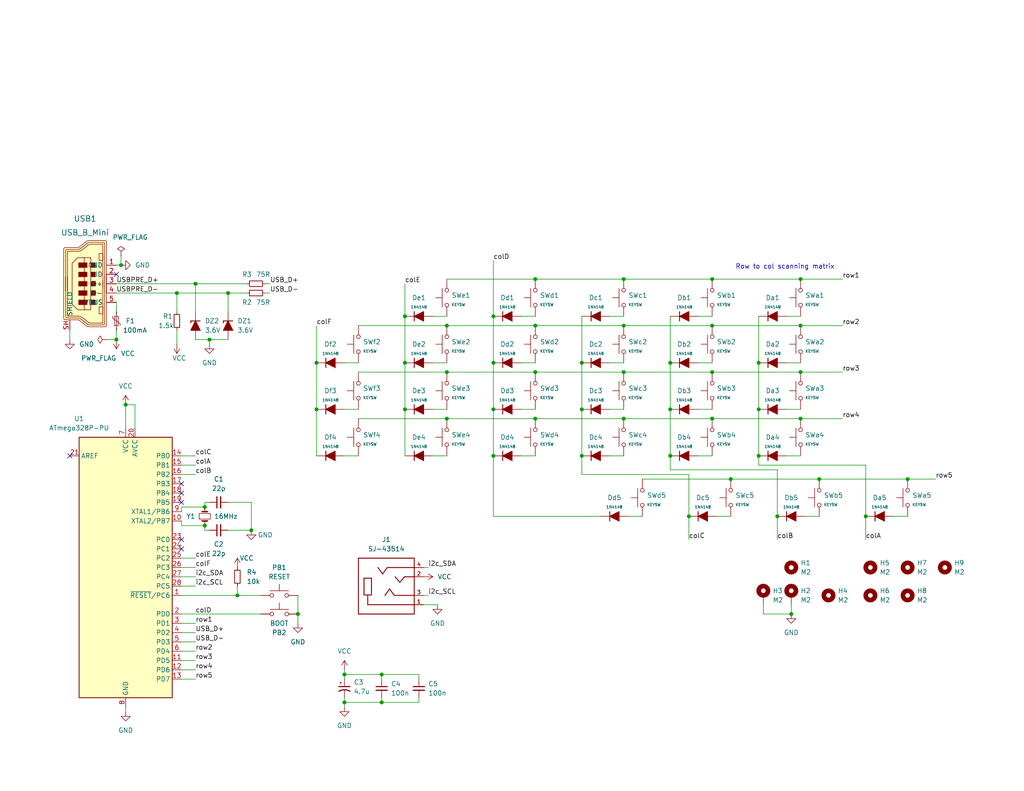
<source format=kicad_sch>
(kicad_sch (version 20211123) (generator eeschema)
  (paper "USLetter")
  (title_block (title "BlueJay Left"))
  (lib_symbols
    (symbol "BlueJaySymbolLibrary:0548190519" (pin_names (offset 1.016))
      (property "Reference" "J" (at -5.715 12.7 0))
      (property "Value" "0548190519" (at -8.255 -5.715 90))
      (symbol "0548190519_1_1"
        (pin passive line (at 7.62 5.08 180) (length 2.667) (name "GND") (number "1"))
        (pin passive line (at 7.62 2.54 180) (length 2.667) (name "ID") (number "2"))
        (pin passive line (at 7.62 0 180) (length 2.667) (name "D+") (number "3"))
        (pin passive line (at 7.62 -2.54 180) (length 2.667) (name "D-") (number "4"))
        (pin passive line (at 7.62 -5.08 180) (length 2.667) (name "VBUS") (number "5"))
        (pin passive line (at -5.08 -12.7 90) (length 2.794) (name "SHIELD") (number "SH"))
      )
    )
    (symbol "BlueJaySymbolLibrary:ATmega328P-PU"
      (property "Reference" "U" (at -12.7 36.83 0))
      (property "Value" "ATmega328P-PU" (at 2.54 -36.83 0))
      (symbol "ATmega328P-PU_1_1"
        (pin bidirectional line (at 15.24 -7.62 180) (length 2.54) (name "~{RESET}/PC6") (number "1"))
        (pin bidirectional line (at 15.24 12.7 180) (length 2.54) (name "XTAL2/PB7") (number "10"))
        (pin bidirectional line (at 15.24 -25.4 180) (length 2.54) (name "PD5") (number "11"))
        (pin bidirectional line (at 15.24 -27.94 180) (length 2.54) (name "PD6") (number "12"))
        (pin bidirectional line (at 15.24 -30.48 180) (length 2.54) (name "PD7") (number "13"))
        (pin bidirectional line (at 15.24 30.48 180) (length 2.54) (name "PB0") (number "14"))
        (pin bidirectional line (at 15.24 27.94 180) (length 2.54) (name "PB1") (number "15"))
        (pin bidirectional line (at 15.24 25.4 180) (length 2.54) (name "PB2") (number "16"))
        (pin bidirectional line (at 15.24 22.86 180) (length 2.54) (name "PB3") (number "17"))
        (pin bidirectional line (at 15.24 20.32 180) (length 2.54) (name "PB4") (number "18"))
        (pin bidirectional line (at 15.24 17.78 180) (length 2.54) (name "PB5") (number "19"))
        (pin bidirectional line (at 15.24 -12.7 180) (length 2.54) (name "PD0") (number "2"))
        (pin power_in line (at 2.54 38.1 270) (length 2.54) (name "AVCC") (number "20"))
        (pin passive line (at -15.24 30.48 0) (length 2.54) (name "AREF") (number "21"))
        (pin passive line (at 0 -38.1 90) (length 2.54) hide (name "GND") (number "22"))
        (pin bidirectional line (at 15.24 7.62 180) (length 2.54) (name "PC0") (number "23"))
        (pin bidirectional line (at 15.24 5.08 180) (length 2.54) (name "PC1") (number "24"))
        (pin bidirectional line (at 15.24 2.54 180) (length 2.54) (name "PC2") (number "25"))
        (pin bidirectional line (at 15.24 0 180) (length 2.54) (name "PC3") (number "26"))
        (pin bidirectional line (at 15.24 -2.54 180) (length 2.54) (name "PC4") (number "27"))
        (pin bidirectional line (at 15.24 -5.08 180) (length 2.54) (name "PC5") (number "28"))
        (pin bidirectional line (at 15.24 -15.24 180) (length 2.54) (name "PD1") (number "3"))
        (pin bidirectional line (at 15.24 -17.78 180) (length 2.54) (name "PD2") (number "4"))
        (pin bidirectional line (at 15.24 -20.32 180) (length 2.54) (name "PD3") (number "5"))
        (pin bidirectional line (at 15.24 -22.86 180) (length 2.54) (name "PD4") (number "6"))
        (pin power_in line (at 0 38.1 270) (length 2.54) (name "VCC") (number "7"))
        (pin power_in line (at 0 -38.1 90) (length 2.54) (name "GND") (number "8"))
        (pin bidirectional line (at 15.24 15.24 180) (length 2.54) (name "XTAL1/PB6") (number "9"))
      )
    )
    (symbol "BlueJaySymbolLibrary:C_Small" (pin_numbers hide) (pin_names (offset 0.254) hide)
      (property "Reference" "C" (at 0.254 1.778 0))
      (property "Value" "C_Small" (at 0.254 -2.032 0))
      (symbol "C_Small_1_1"
        (pin passive line (at 0 2.54 270) (length 2.032) (name "~") (number "1"))
        (pin passive line (at 0 -2.54 90) (length 2.032) (name "~") (number "2"))
      )
    )
    (symbol "BlueJaySymbolLibrary:Device_CP1_Small" (pin_numbers hide) (pin_names (offset 0.254) hide)
      (property "Reference" "C" (at 0.254 1.778 0))
      (property "Value" "Device_CP1_Small" (at 0.254 -2.032 0))
      (symbol "Device_CP1_Small_1_1"
        (pin passive line (at 0 2.54 270) (length 2.032) (name "~") (number "1"))
        (pin passive line (at 0 -2.54 90) (length 2.032) (name "~") (number "2"))
      )
    )
    (symbol "BlueJaySymbolLibrary:Device_Crystal_Small" (pin_numbers hide) (pin_names (offset 1.016) hide)
      (property "Reference" "Y" (at 0 2.54 0))
      (property "Value" "Device_Crystal_Small" (at 0 -2.54 0))
      (symbol "Device_Crystal_Small_1_1"
        (pin passive line (at -2.54 0 0) (length 1.27) (name "1") (number "1"))
        (pin passive line (at 2.54 0 180) (length 1.27) (name "2") (number "2"))
      )
    )
    (symbol "BlueJaySymbolLibrary:Device_Polyfuse_Small" (pin_numbers hide) (pin_names (offset 0))
      (property "Reference" "F" (at -1.905 0 90))
      (property "Value" "Device_Polyfuse_Small" (at 1.905 0 90))
      (symbol "Device_Polyfuse_Small_1_1"
        (pin passive line (at 0 2.54 270) (length 0.635) (name "~") (number "1"))
        (pin passive line (at 0 -2.54 90) (length 0.635) (name "~") (number "2"))
      )
    )
    (symbol "BlueJaySymbolLibrary:Device_R_Small" (pin_numbers hide) (pin_names (offset 0.254) hide)
      (property "Reference" "R" (at 0.762 0.508 0))
      (property "Value" "Device_R_Small" (at 0.762 -1.016 0))
      (symbol "Device_R_Small_1_1"
        (pin passive line (at 0 2.54 270) (length 0.762) (name "~") (number "1"))
        (pin passive line (at 0 -2.54 90) (length 0.762) (name "~") (number "2"))
      )
    )
    (symbol "BlueJaySymbolLibrary:SJ-43514" (pin_names (offset 1.016) hide)
      (property "Reference" "J" (at -7.62 8.382 0))
      (property "Value" "SJ-43514" (at -7.62 -10.16 0))
      (symbol "SJ-43514_0_0"
        (pin passive line (at 10.16 -5.08 180) (length 2.54) (name "~") (number "1"))
        (pin passive line (at 10.16 2.54 180) (length 2.54) (name "~") (number "2"))
        (pin passive line (at 10.16 -2.54 180) (length 2.54) (name "~") (number "3"))
        (pin passive line (at 10.16 5.08 180) (length 2.54) (name "~") (number "4"))
      )
    )
    (symbol "BlueJaySymbolLibrary:Switch_SW_Push" (pin_numbers hide) (pin_names (offset 1.016) hide)
      (property "Reference" "SW" (at 1.27 2.54 0))
      (property "Value" "Switch_SW_Push" (at 0 -1.524 0))
      (symbol "Switch_SW_Push_0_1"
        (pin passive line (at -5.08 0 0) (length 2.54) (name "1") (number "1"))
        (pin passive line (at 5.08 0 180) (length 2.54) (name "2") (number "2"))
      )
    )
    (symbol "Diode_AKL:1N4148" (pin_numbers hide) (pin_names (offset 1.016) hide)
      (property "Reference" "D" (at 0 5.08 0))
      (property "Value" "1N4148" (at 0 2.54 0))
      (symbol "1N4148_1_1"
        (pin passive line (at 3.81 0 180) (length 2.54) (name "K") (number "1"))
        (pin passive line (at -3.81 0 0) (length 2.54) (name "A") (number "2"))
      )
    )
    (symbol "Diode_Zener_AKL:BZX79-C3V6" (pin_numbers hide) (pin_names (offset 1.016) hide)
      (property "Reference" "DZ" (at 0 5.08 0))
      (property "Value" "BZX79-C3V6" (at 0 2.54 0))
      (symbol "BZX79-C3V6_1_1"
        (pin passive line (at 3.81 0 180) (length 2.54) (name "K") (number "1"))
        (pin passive line (at -3.81 0 0) (length 2.54) (name "A") (number "2"))
      )
    )
    (symbol "Mechanical:MountingHole" (pin_numbers hide) (pin_names (offset 1.016) hide)
      (property "Reference" "H" (at 0 5.08 0))
      (property "Value" "MountingHole" (at 0 3.175 0))
    )
    (symbol "Mechanical:MountingHole_Pad" (pin_numbers hide) (pin_names (offset 1.016) hide)
      (property "Reference" "H" (at 0 6.35 0))
      (property "Value" "MountingHole_Pad" (at 0 4.445 0))
      (symbol "MountingHole_Pad_1_1"
        (pin input line (at 0 -2.54 90) (length 2.54) (name "1") (number "1"))
      )
    )
    (symbol "power:GND" (power) (pin_names (offset 0))
      (property "Value" "GND" (at 0 -3.81 0))
      (symbol "GND_1_1"
        (pin power_in line (at 0 0 270) (length 0) hide (name "GND") (number "1"))
      )
    )
    (symbol "power:PWR_FLAG" (power) (pin_numbers hide) (pin_names (offset 0) hide)
      (property "Value" "PWR_FLAG" (at 0 3.81 0))
      (symbol "PWR_FLAG_0_0"
        (pin power_out line (at 0 0 90) (length 0) (name "pwr") (number "1"))
      )
    )
    (symbol "power:VCC" (power) (pin_names (offset 0))
      (property "Value" "VCC" (at 0 3.81 0))
      (symbol "VCC_1_1"
        (pin power_in line (at 0 0 90) (length 0) hide (name "VCC") (number "1"))
      )
    )
  )
  (junction (at 31.75 92.71))
  (junction (at 48.26 80.01))
  (junction (at 146.05 101.6))
  (junction (at 33.02 72.39))
  (junction (at 121.92 114.3))
  (junction (at 93.98 184.15))
  (junction (at 170.18 76.2))
  (junction (at 218.44 114.3))
  (junction (at 134.62 99.06))
  (junction (at 81.28 167.64))
  (junction (at 218.44 101.6))
  (junction (at 207.01 99.06))
  (junction (at 121.92 88.9))
  (junction (at 62.23 80.01))
  (junction (at 236.22 140.97))
  (junction (at 170.18 114.3))
  (junction (at 182.88 99.06))
  (junction (at 182.88 124.46))
  (junction (at 194.31 88.9))
  (junction (at 218.44 76.2))
  (junction (at 104.14 184.15))
  (junction (at 207.01 124.46))
  (junction (at 134.62 124.46))
  (junction (at 146.05 88.9))
  (junction (at 247.65 130.81))
  (junction (at 57.15 92.71))
  (junction (at 218.44 88.9))
  (junction (at 53.34 77.47))
  (junction (at 170.18 101.6))
  (junction (at 194.31 114.3))
  (junction (at 64.77 162.56))
  (junction (at 68.58 144.78))
  (junction (at 146.05 114.3))
  (junction (at 55.88 138.43))
  (junction (at 134.62 86.36))
  (junction (at 86.36 111.76))
  (junction (at 223.52 130.81))
  (junction (at 86.36 99.06))
  (junction (at 194.31 76.2))
  (junction (at 104.14 191.77))
  (junction (at 199.39 130.81))
  (junction (at 110.49 86.36))
  (junction (at 146.05 76.2))
  (junction (at 194.31 101.6))
  (junction (at 93.98 191.77))
  (junction (at 121.92 101.6))
  (junction (at 182.88 111.76))
  (junction (at 215.9 167.64))
  (junction (at 207.01 111.76))
  (junction (at 134.62 111.76))
  (junction (at 187.96 140.97))
  (junction (at 212.09 140.97))
  (junction (at 34.29 110.49))
  (junction (at 158.75 111.76))
  (junction (at 158.75 99.06))
  (junction (at 158.75 124.46))
  (junction (at 110.49 111.76))
  (junction (at 110.49 99.06))
  (junction (at 170.18 88.9))
  (junction (at 55.88 143.51))
  (no_connect (at 49.53 137.16))
  (no_connect (at 49.53 132.08))
  (no_connect (at 49.53 134.62))
  (no_connect (at 49.53 147.32))
  (no_connect (at 49.53 149.86))
  (no_connect (at 19.05 124.46))
  (no_connect (at 31.75 74.93))
  (wire (pts (xy 118.11 99.06) (xy 121.92 99.06)))
  (wire (pts (xy 207.01 99.06) (xy 207.01 111.76)))
  (wire (pts (xy 146.05 76.2) (xy 170.18 76.2)))
  (wire (pts (xy 93.98 111.76) (xy 97.79 111.76)))
  (wire (pts (xy 68.58 137.16) (xy 68.58 144.78)))
  (wire (pts (xy 57.15 92.71) (xy 57.15 93.98)))
  (wire (pts (xy 93.98 124.46) (xy 97.79 124.46)))
  (wire (pts (xy 36.83 110.49) (xy 34.29 110.49)))
  (wire (pts (xy 158.75 124.46) (xy 158.75 129.54)))
  (wire (pts (xy 48.26 90.17) (xy 48.26 93.98)))
  (wire (pts (xy 49.53 124.46) (xy 53.34 124.46)))
  (wire (pts (xy 208.28 167.64) (xy 215.9 167.64)))
  (wire (pts (xy 93.98 184.15) (xy 93.98 185.42)))
  (wire (pts (xy 49.53 138.43) (xy 49.53 139.7)))
  (wire (pts (xy 114.3 184.15) (xy 114.3 185.42)))
  (wire (pts (xy 187.96 129.54) (xy 187.96 140.97)))
  (wire (pts (xy 236.22 127) (xy 236.22 140.97)))
  (wire (pts (xy 93.98 99.06) (xy 97.79 99.06)))
  (wire (pts (xy 72.39 80.01) (xy 73.66 80.01)))
  (wire (pts (xy 142.24 99.06) (xy 146.05 99.06)))
  (wire (pts (xy 218.44 88.9) (xy 229.87 88.9)))
  (wire (pts (xy 146.05 114.3) (xy 170.18 114.3)))
  (wire (pts (xy 115.57 154.94) (xy 116.84 154.94)))
  (wire (pts (xy 166.37 86.36) (xy 170.18 86.36)))
  (wire (pts (xy 214.63 124.46) (xy 218.44 124.46)))
  (wire (pts (xy 134.62 111.76) (xy 134.62 124.46)))
  (wire (pts (xy 49.53 182.88) (xy 53.34 182.88)))
  (wire (pts (xy 223.52 130.81) (xy 247.65 130.81)))
  (wire (pts (xy 194.31 101.6) (xy 218.44 101.6)))
  (wire (pts (xy 190.5 99.06) (xy 194.31 99.06)))
  (wire (pts (xy 93.98 191.77) (xy 93.98 193.04)))
  (wire (pts (xy 55.88 138.43) (xy 49.53 138.43)))
  (wire (pts (xy 31.75 80.01) (xy 48.26 80.01)))
  (wire (pts (xy 207.01 127) (xy 236.22 127)))
  (wire (pts (xy 199.39 130.81) (xy 175.26 130.81)))
  (wire (pts (xy 142.24 124.46) (xy 146.05 124.46)))
  (wire (pts (xy 86.36 111.76) (xy 86.36 124.46)))
  (wire (pts (xy 236.22 140.97) (xy 236.22 147.32)))
  (wire (pts (xy 72.39 77.47) (xy 73.66 77.47)))
  (wire (pts (xy 194.31 76.2) (xy 218.44 76.2)))
  (wire (pts (xy 53.34 92.71) (xy 57.15 92.71)))
  (wire (pts (xy 207.01 111.76) (xy 207.01 124.46)))
  (wire (pts (xy 49.53 167.64) (xy 71.12 167.64)))
  (wire (pts (xy 190.5 111.76) (xy 194.31 111.76)))
  (wire (pts (xy 194.31 88.9) (xy 218.44 88.9)))
  (wire (pts (xy 110.49 86.36) (xy 110.49 99.06)))
  (wire (pts (xy 49.53 172.72) (xy 53.34 172.72)))
  (wire (pts (xy 166.37 99.06) (xy 170.18 99.06)))
  (wire (pts (xy 86.36 99.06) (xy 86.36 111.76)))
  (wire (pts (xy 62.23 137.16) (xy 68.58 137.16)))
  (wire (pts (xy 93.98 190.5) (xy 93.98 191.77)))
  (wire (pts (xy 49.53 162.56) (xy 64.77 162.56)))
  (wire (pts (xy 110.49 111.76) (xy 110.49 124.46)))
  (wire (pts (xy 31.75 82.55) (xy 31.75 85.09)))
  (wire (pts (xy 49.53 154.94) (xy 53.34 154.94)))
  (wire (pts (xy 182.88 99.06) (xy 182.88 111.76)))
  (wire (pts (xy 170.18 114.3) (xy 194.31 114.3)))
  (wire (pts (xy 166.37 124.46) (xy 170.18 124.46)))
  (wire (pts (xy 49.53 152.4) (xy 53.34 152.4)))
  (wire (pts (xy 49.53 175.26) (xy 53.34 175.26)))
  (wire (pts (xy 115.57 165.1) (xy 119.38 165.1)))
  (wire (pts (xy 55.88 143.51) (xy 55.88 144.78)))
  (wire (pts (xy 31.75 72.39) (xy 33.02 72.39)))
  (wire (pts (xy 55.88 143.51) (xy 49.53 143.51)))
  (wire (pts (xy 49.53 177.8) (xy 53.34 177.8)))
  (wire (pts (xy 207.01 86.36) (xy 207.01 99.06)))
  (wire (pts (xy 243.84 140.97) (xy 247.65 140.97)))
  (wire (pts (xy 182.88 86.36) (xy 182.88 99.06)))
  (wire (pts (xy 48.26 80.01) (xy 48.26 85.09)))
  (wire (pts (xy 208.28 165.1) (xy 208.28 167.64)))
  (wire (pts (xy 118.11 111.76) (xy 121.92 111.76)))
  (wire (pts (xy 31.75 77.47) (xy 53.34 77.47)))
  (wire (pts (xy 62.23 144.78) (xy 68.58 144.78)))
  (wire (pts (xy 81.28 162.56) (xy 81.28 167.64)))
  (wire (pts (xy 194.31 114.3) (xy 218.44 114.3)))
  (wire (pts (xy 49.53 185.42) (xy 53.34 185.42)))
  (wire (pts (xy 134.62 140.97) (xy 163.83 140.97)))
  (wire (pts (xy 53.34 77.47) (xy 67.31 77.47)))
  (wire (pts (xy 64.77 162.56) (xy 71.12 162.56)))
  (wire (pts (xy 218.44 101.6) (xy 229.87 101.6)))
  (wire (pts (xy 104.14 185.42) (xy 104.14 184.15)))
  (wire (pts (xy 34.29 193.04) (xy 34.29 194.31)))
  (wire (pts (xy 182.88 128.27) (xy 212.09 128.27)))
  (wire (pts (xy 86.36 88.9) (xy 86.36 99.06)))
  (wire (pts (xy 158.75 99.06) (xy 158.75 111.76)))
  (wire (pts (xy 121.92 114.3) (xy 146.05 114.3)))
  (wire (pts (xy 134.62 86.36) (xy 134.62 99.06)))
  (wire (pts (xy 62.23 80.01) (xy 67.31 80.01)))
  (wire (pts (xy 34.29 110.49) (xy 34.29 116.84)))
  (wire (pts (xy 142.24 111.76) (xy 146.05 111.76)))
  (wire (pts (xy 49.53 157.48) (xy 53.34 157.48)))
  (wire (pts (xy 187.96 140.97) (xy 187.96 147.32)))
  (wire (pts (xy 110.49 99.06) (xy 110.49 111.76)))
  (wire (pts (xy 49.53 160.02) (xy 53.34 160.02)))
  (wire (pts (xy 182.88 124.46) (xy 182.88 128.27)))
  (wire (pts (xy 182.88 111.76) (xy 182.88 124.46)))
  (wire (pts (xy 212.09 140.97) (xy 212.09 147.32)))
  (wire (pts (xy 121.92 101.6) (xy 146.05 101.6)))
  (wire (pts (xy 146.05 101.6) (xy 170.18 101.6)))
  (wire (pts (xy 121.92 88.9) (xy 146.05 88.9)))
  (wire (pts (xy 62.23 80.01) (xy 62.23 85.09)))
  (wire (pts (xy 93.98 182.88) (xy 93.98 184.15)))
  (wire (pts (xy 170.18 76.2) (xy 194.31 76.2)))
  (wire (pts (xy 166.37 111.76) (xy 170.18 111.76)))
  (wire (pts (xy 31.75 90.17) (xy 31.75 92.71)))
  (wire (pts (xy 55.88 144.78) (xy 57.15 144.78)))
  (wire (pts (xy 49.53 143.51) (xy 49.53 142.24)))
  (wire (pts (xy 64.77 160.02) (xy 64.77 162.56)))
  (wire (pts (xy 134.62 99.06) (xy 134.62 111.76)))
  (wire (pts (xy 207.01 124.46) (xy 207.01 127)))
  (wire (pts (xy 170.18 101.6) (xy 194.31 101.6)))
  (wire (pts (xy 104.14 191.77) (xy 93.98 191.77)))
  (wire (pts (xy 104.14 184.15) (xy 114.3 184.15)))
  (wire (pts (xy 214.63 99.06) (xy 218.44 99.06)))
  (wire (pts (xy 146.05 88.9) (xy 170.18 88.9)))
  (wire (pts (xy 104.14 191.77) (xy 114.3 191.77)))
  (wire (pts (xy 104.14 190.5) (xy 104.14 191.77)))
  (wire (pts (xy 212.09 128.27) (xy 212.09 140.97)))
  (wire (pts (xy 33.02 69.85) (xy 33.02 72.39)))
  (wire (pts (xy 104.14 184.15) (xy 93.98 184.15)))
  (wire (pts (xy 49.53 127) (xy 53.34 127)))
  (wire (pts (xy 158.75 111.76) (xy 158.75 124.46)))
  (wire (pts (xy 97.79 114.3) (xy 121.92 114.3)))
  (wire (pts (xy 247.65 130.81) (xy 255.27 130.81)))
  (wire (pts (xy 29.21 92.71) (xy 31.75 92.71)))
  (wire (pts (xy 57.15 92.71) (xy 62.23 92.71)))
  (wire (pts (xy 118.11 86.36) (xy 121.92 86.36)))
  (wire (pts (xy 134.62 124.46) (xy 134.62 140.97)))
  (wire (pts (xy 97.79 101.6) (xy 121.92 101.6)))
  (wire (pts (xy 214.63 86.36) (xy 218.44 86.36)))
  (wire (pts (xy 218.44 76.2) (xy 229.87 76.2)))
  (wire (pts (xy 115.57 162.56) (xy 116.84 162.56)))
  (wire (pts (xy 215.9 165.1) (xy 215.9 167.64)))
  (wire (pts (xy 171.45 140.97) (xy 175.26 140.97)))
  (wire (pts (xy 190.5 124.46) (xy 194.31 124.46)))
  (wire (pts (xy 48.26 80.01) (xy 62.23 80.01)))
  (wire (pts (xy 49.53 129.54) (xy 53.34 129.54)))
  (wire (pts (xy 55.88 137.16) (xy 57.15 137.16)))
  (wire (pts (xy 142.24 86.36) (xy 146.05 86.36)))
  (wire (pts (xy 81.28 167.64) (xy 81.28 170.18)))
  (wire (pts (xy 53.34 77.47) (xy 53.34 85.09)))
  (wire (pts (xy 214.63 111.76) (xy 218.44 111.76)))
  (wire (pts (xy 134.62 71.12) (xy 134.62 86.36)))
  (wire (pts (xy 19.05 90.17) (xy 19.05 92.71)))
  (wire (pts (xy 219.71 140.97) (xy 223.52 140.97)))
  (wire (pts (xy 114.3 191.77) (xy 114.3 190.5)))
  (wire (pts (xy 121.92 76.2) (xy 146.05 76.2)))
  (wire (pts (xy 110.49 77.47) (xy 110.49 86.36)))
  (wire (pts (xy 190.5 86.36) (xy 194.31 86.36)))
  (wire (pts (xy 195.58 140.97) (xy 199.39 140.97)))
  (wire (pts (xy 55.88 138.43) (xy 55.88 137.16)))
  (wire (pts (xy 218.44 114.3) (xy 229.87 114.3)))
  (wire (pts (xy 158.75 86.36) (xy 158.75 99.06)))
  (wire (pts (xy 158.75 129.54) (xy 187.96 129.54)))
  (wire (pts (xy 170.18 88.9) (xy 194.31 88.9)))
  (wire (pts (xy 49.53 170.18) (xy 53.34 170.18)))
  (wire (pts (xy 36.83 116.84) (xy 36.83 110.49)))
  (wire (pts (xy 118.11 124.46) (xy 121.92 124.46)))
  (wire (pts (xy 49.53 180.34) (xy 53.34 180.34)))
  (wire (pts (xy 97.79 88.9) (xy 121.92 88.9)))
  (wire (pts (xy 199.39 130.81) (xy 223.52 130.81)))
  (text "Row to col scanning matrix" (at 200.66 73.66 0) (effects (font (size 1.27 1.27)) (justify left bottom)))
  (label "i2c_SCL" (at 53.34 160.02 0))
  (label "colE" (at 110.49 77.47 0))
  (label "USBPRE_D-" (at 31.75 80.01 0))
  (label "USB_D+" (at 53.34 172.72 0))
  (label "i2c_SDA" (at 53.34 157.48 0))
  (label "colF" (at 53.34 154.94 0))
  (label "colB" (at 212.09 147.32 0))
  (label "colD" (at 134.62 71.12 0))
  (label "row1" (at 229.87 76.2 0))
  (label "row4" (at 53.34 182.88 0))
  (label "row2" (at 229.87 88.9 0))
  (label "colC" (at 187.96 147.32 0))
  (label "colC" (at 53.34 124.46 0))
  (label "colE" (at 53.34 152.4 0))
  (label "USBPRE_D+" (at 31.75 77.47 0))
  (label "row3" (at 53.34 180.34 0))
  (label "colF" (at 86.36 88.9 0))
  (label "i2c_SCL" (at 116.84 162.56 0))
  (label "row5" (at 53.34 185.42 0))
  (label "colD" (at 53.34 167.64 0))
  (label "USB_D+" (at 73.66 77.47 0))
  (label "row5" (at 255.27 130.81 0))
  (label "row4" (at 229.87 114.3 0))
  (label "USB_D-" (at 73.66 80.01 0))
  (label "row2" (at 53.34 177.8 0))
  (label "colA" (at 236.22 147.32 0))
  (label "row3" (at 229.87 101.6 0))
  (label "row1" (at 53.34 170.18 0))
  (label "colA" (at 53.34 127 0))
  (label "colB" (at 53.34 129.54 0))
  (label "USB_D-" (at 53.34 175.26 0))
  (label "i2c_SDA" (at 116.84 154.94 0))
  (symbol (lib_id "BlueJaySymbolLibrary:Switch_SW_Push") (at 218.44 119.38 90) (unit 1)
    (property "Reference" "SWa4" (at 219.71 118.7449 90) (effects (justify right)))
    (property "Value" "KEYSW" (at 219.71 121.2849 90) (effects (font (size 0.75 0.75)) (justify right)))
    (property "Footprint" "Switch_Keyboard_Cherry_MX:SW_Cherry_MX_PCB_1.00u" (effects hide))
  )
  (symbol (lib_id "BlueJaySymbolLibrary:Switch_SW_Push") (at 218.44 93.98 90) (unit 1)
    (property "Reference" "SWa2" (at 219.71 93.3449 90) (effects (justify right)))
    (property "Value" "KEYSW" (at 219.71 95.8849 90) (effects (font (size 0.75 0.75)) (justify right)))
    (property "Footprint" "Switch_Keyboard_Cherry_MX:SW_Cherry_MX_PCB_1.00u" (effects hide))
  )
  (symbol (lib_id "Diode_AKL:1N4148") (at 114.3 124.46 180) (unit 1)
    (property "Reference" "De4" (at 114.3 119.38 0))
    (property "Value" "1N4148" (at 114.3 121.92 0) (effects (font (size 0.75 0.75))))
    (property "Footprint" "BlueJay footprints:D_DO-35_SOD27_P5.08mm_Horizontal" (effects hide))
    (property "Datasheet" "https://datasheet.octopart.com/1N4148TR-ON-Semiconductor-datasheet-42765246.pdf" (effects hide))
  )
  (symbol (lib_id "Diode_AKL:1N4148") (at 210.82 86.36 180) (unit 1)
    (property "Reference" "Da1" (at 210.82 81.28 0))
    (property "Value" "1N4148" (at 210.82 83.82 0) (effects (font (size 0.75 0.75))))
    (property "Footprint" "BlueJay footprints:D_DO-35_SOD27_P5.08mm_Horizontal" (effects hide))
    (property "Datasheet" "https://datasheet.octopart.com/1N4148TR-ON-Semiconductor-datasheet-42765246.pdf" (effects hide))
  )
  (symbol (lib_id "Diode_AKL:1N4148") (at 162.56 124.46 180) (unit 1)
    (property "Reference" "Dc4" (at 162.56 119.38 0))
    (property "Value" "1N4148" (at 162.56 121.92 0) (effects (font (size 0.75 0.75))))
    (property "Footprint" "BlueJay footprints:D_DO-35_SOD27_P5.08mm_Horizontal" (effects hide))
    (property "Datasheet" "https://datasheet.octopart.com/1N4148TR-ON-Semiconductor-datasheet-42765246.pdf" (effects hide))
  )
  (symbol (lib_id "Diode_AKL:1N4148") (at 138.43 86.36 180) (unit 1)
    (property "Reference" "Dd1" (at 138.43 81.28 0))
    (property "Value" "1N4148" (at 138.43 83.82 0) (effects (font (size 0.75 0.75))))
    (property "Footprint" "BlueJay footprints:D_DO-35_SOD27_P5.08mm_Horizontal" (effects hide))
    (property "Datasheet" "https://datasheet.octopart.com/1N4148TR-ON-Semiconductor-datasheet-42765246.pdf" (effects hide))
  )
  (symbol (lib_id "BlueJaySymbolLibrary:Switch_SW_Push") (at 97.79 93.98 90) (unit 1)
    (property "Reference" "SWf2" (at 99.06 93.3449 90) (effects (justify right)))
    (property "Value" "KEYSW" (at 99.06 95.8849 90) (effects (font (size 0.75 0.75)) (justify right)))
    (property "Footprint" "Switch_Keyboard_Cherry_MX:SW_Cherry_MX_PCB_1.00u" (effects hide))
  )
  (symbol (lib_id "Diode_AKL:1N4148") (at 162.56 86.36 180) (unit 1)
    (property "Reference" "Dc1" (at 162.56 81.28 0))
    (property "Value" "1N4148" (at 162.56 83.82 0) (effects (font (size 0.75 0.75))))
    (property "Footprint" "BlueJay footprints:D_DO-35_SOD27_P5.08mm_Horizontal" (effects hide))
    (property "Datasheet" "https://datasheet.octopart.com/1N4148TR-ON-Semiconductor-datasheet-42765246.pdf" (effects hide))
  )
  (symbol (lib_id "BlueJaySymbolLibrary:Switch_SW_Push") (at 170.18 93.98 90) (unit 1)
    (property "Reference" "SWc2" (at 171.45 93.3449 90) (effects (justify right)))
    (property "Value" "KEYSW" (at 171.45 95.8849 90) (effects (font (size 0.75 0.75)) (justify right)))
    (property "Footprint" "Switch_Keyboard_Cherry_MX:SW_Cherry_MX_PCB_1.00u" (effects hide))
  )
  (symbol (lib_id "power:VCC") (at 115.57 157.48 270) (unit 1)
    (property "Reference" "#PWR0112" (effects hide))
    (property "Value" "VCC" (at 119.38 157.4799 90) (effects (justify left)))
  )
  (symbol (lib_id "BlueJaySymbolLibrary:Switch_SW_Push") (at 121.92 106.68 90) (unit 1)
    (property "Reference" "SWe3" (at 123.19 106.0449 90) (effects (justify right)))
    (property "Value" "KEYSW" (at 123.19 108.5849 90) (effects (font (size 0.75 0.75)) (justify right)))
    (property "Footprint" "Switch_Keyboard_Cherry_MX:SW_Cherry_MX_PCB_1.00u" (effects hide))
  )
  (symbol (lib_id "BlueJaySymbolLibrary:Device_R_Small") (at 69.85 80.01 270) (unit 1)
    (property "Reference" "R2" (at 66.04 82.55 90) (effects (justify left)))
    (property "Value" "75R" (at 69.85 82.55 90) (effects (justify left)))
    (property "Footprint" "BlueJay footprints:R_Axial_DIN0204_L3.6mm_D1.6mm_P5.08mm_Horizontal" (effects hide))
  )
  (symbol (lib_id "BlueJaySymbolLibrary:Device_CP1_Small") (at 93.98 187.96 0) (unit 1)
    (property "Reference" "C3" (at 96.52 186.2581 0) (effects (justify left)))
    (property "Value" "4.7u" (at 96.52 188.7981 0) (effects (justify left)))
    (property "Footprint" "BlueJay footprints:CP_Radial_D4.0mm_P1.50mm" (effects hide))
  )
  (symbol (lib_id "BlueJaySymbolLibrary:Switch_SW_Push") (at 146.05 106.68 90) (unit 1)
    (property "Reference" "SWd3" (at 147.32 106.0449 90) (effects (justify right)))
    (property "Value" "KEYSW" (at 147.32 108.5849 90) (effects (font (size 0.75 0.75)) (justify right)))
    (property "Footprint" "Switch_Keyboard_Cherry_MX:SW_Cherry_MX_PCB_1.00u" (effects hide))
  )
  (symbol (lib_id "power:GND") (at 57.15 93.98 0) (unit 1)
    (property "Reference" "#PWR0106" (effects hide))
    (property "Value" "GND" (at 57.15 99.06 0))
  )
  (symbol (lib_id "Diode_Zener_AKL:BZX79-C3V6") (at 53.34 88.9 90) (unit 1)
    (property "Reference" "DZ2" (at 55.88 87.6299 90) (effects (justify right)))
    (property "Value" "3.6V" (at 55.88 90.1699 90) (effects (justify right)))
    (property "Footprint" "BlueJay footprints:D_DO-35_SOD27_P5.08mm_Horizontal" (effects hide))
    (property "Datasheet" "https://www.tme.eu/Document/f5f1109860e3add59a5a537cbe664d4a/BZX79-C10.113.pdf" (effects hide))
  )
  (symbol (lib_id "BlueJaySymbolLibrary:Device_R_Small") (at 48.26 87.63 0) (unit 1)
    (property "Reference" "R1" (at 44.45 86.36 0) (effects (justify left)))
    (property "Value" "1.5k" (at 43.18 88.9 0) (effects (justify left)))
    (property "Footprint" "BlueJay footprints:R_Axial_DIN0204_L3.6mm_D1.6mm_P5.08mm_Horizontal" (effects hide))
  )
  (symbol (lib_id "BlueJaySymbolLibrary:Switch_SW_Push") (at 146.05 93.98 90) (unit 1)
    (property "Reference" "SWd2" (at 147.32 93.3449 90) (effects (justify right)))
    (property "Value" "KEYSW" (at 147.32 95.8849 90) (effects (font (size 0.75 0.75)) (justify right)))
    (property "Footprint" "Switch_Keyboard_Cherry_MX:SW_Cherry_MX_PCB_1.00u" (effects hide))
  )
  (symbol (lib_id "BlueJaySymbolLibrary:Switch_SW_Push") (at 76.2 162.56 0) (unit 1)
    (property "Reference" "PB1" (at 76.2 154.94 0))
    (property "Value" "RESET" (at 76.2 157.48 0))
    (property "Footprint" "BlueJay footprints:SW_PUSH_6mm" (effects hide))
  )
  (symbol (lib_id "power:GND") (at 34.29 194.31 0) (unit 1)
    (property "Reference" "#PWR0108" (effects hide))
    (property "Value" "GND" (at 34.29 199.39 0))
  )
  (symbol (lib_id "BlueJaySymbolLibrary:SJ-43514") (at 105.41 160.02 0) (unit 1)
    (property "Reference" "J1" (at 105.41 147.32 0))
    (property "Value" "SJ-43514" (at 105.41 149.86 0))
    (property "Footprint" "BlueJay footprints:CUI_SJ-43514" (effects hide))
    (property "Datasheet" "1.04" (effects hide))
    (property "Field4" "MANUFACTURER RECOMMENDATIONS" (effects hide))
    (property "Field5" "CUI INC" (effects hide))
    (property "MANUFACTURER" "CUI INC" (effects hide))
    (property "PART_REV" "1.04" (effects hide))
    (property "STANDARD" "MANUFACTURER RECOMMENDATIONS" (effects hide))
  )
  (symbol (lib_id "Diode_AKL:1N4148") (at 114.3 99.06 180) (unit 1)
    (property "Reference" "De2" (at 114.3 93.98 0))
    (property "Value" "1N4148" (at 114.3 96.52 0) (effects (font (size 0.75 0.75))))
    (property "Footprint" "BlueJay footprints:D_DO-35_SOD27_P5.08mm_Horizontal" (effects hide))
    (property "Datasheet" "https://datasheet.octopart.com/1N4148TR-ON-Semiconductor-datasheet-42765246.pdf" (effects hide))
  )
  (symbol (lib_id "BlueJaySymbolLibrary:Switch_SW_Push") (at 97.79 106.68 90) (unit 1)
    (property "Reference" "SWf3" (at 99.06 106.0449 90) (effects (justify right)))
    (property "Value" "KEYSW" (at 99.06 108.5849 90) (effects (font (size 0.75 0.75)) (justify right)))
    (property "Footprint" "Switch_Keyboard_Cherry_MX:SW_Cherry_MX_PCB_1.00u" (effects hide))
  )
  (symbol (lib_id "BlueJaySymbolLibrary:Switch_SW_Push") (at 194.31 106.68 90) (unit 1)
    (property "Reference" "SWb3" (at 195.58 106.0449 90) (effects (justify right)))
    (property "Value" "KEYSW" (at 195.58 108.5849 90) (effects (font (size 0.75 0.75)) (justify right)))
    (property "Footprint" "Switch_Keyboard_Cherry_MX:SW_Cherry_MX_PCB_1.00u" (effects hide))
  )
  (symbol (lib_id "Diode_AKL:1N4148") (at 90.17 99.06 180) (unit 1)
    (property "Reference" "Df2" (at 90.17 93.98 0))
    (property "Value" "1N4148" (at 90.17 96.52 0) (effects (font (size 0.75 0.75))))
    (property "Footprint" "BlueJay footprints:D_DO-35_SOD27_P5.08mm_Horizontal" (effects hide))
    (property "Datasheet" "https://datasheet.octopart.com/1N4148TR-ON-Semiconductor-datasheet-42765246.pdf" (effects hide))
  )
  (symbol (lib_id "BlueJaySymbolLibrary:Device_R_Small") (at 64.77 157.48 0) (unit 1)
    (property "Reference" "R4" (at 67.31 156.2099 0) (effects (justify left)))
    (property "Value" "10k" (at 67.31 158.7499 0) (effects (justify left)))
    (property "Footprint" "BlueJay footprints:R_Axial_DIN0204_L3.6mm_D1.6mm_P5.08mm_Horizontal" (effects hide))
  )
  (symbol (lib_id "BlueJaySymbolLibrary:Switch_SW_Push") (at 121.92 119.38 90) (unit 1)
    (property "Reference" "SWe4" (at 123.19 118.7449 90) (effects (justify right)))
    (property "Value" "KEYSW" (at 123.19 121.2849 90) (effects (font (size 0.75 0.75)) (justify right)))
    (property "Footprint" "Switch_Keyboard_Cherry_MX:SW_Cherry_MX_PCB_1.00u" (effects hide))
  )
  (symbol (lib_id "BlueJaySymbolLibrary:C_Small") (at 104.14 187.96 0) (unit 1)
    (property "Reference" "C4" (at 106.68 186.6962 0) (effects (justify left)))
    (property "Value" "100n" (at 106.68 189.2362 0) (effects (justify left)))
    (property "Footprint" "BlueJay footprints:C_Disc_D4.3mm_W1.9mm_P5.00mm" (effects hide))
  )
  (symbol (lib_id "Mechanical:MountingHole_Pad") (at 215.9 162.56 0) (unit 1)
    (property "Reference" "H2" (at 218.44 161.2899 0) (effects (justify left)))
    (property "Value" "M2" (at 218.44 163.8299 0) (effects (justify left)))
    (property "Footprint" "MountingHole:MountingHole_2.2mm_M2_Pad" (effects hide))
  )
  (symbol (lib_id "power:GND") (at 93.98 193.04 0) (unit 1)
    (property "Reference" "#PWR0102" (effects hide))
    (property "Value" "GND" (at 93.98 198.12 0))
  )
  (symbol (lib_id "power:VCC") (at 31.75 92.71 180) (unit 1)
    (property "Reference" "#PWR0107" (effects hide))
    (property "Value" "VCC" (at 36.83 96.52 0) (effects (justify left)))
  )
  (symbol (lib_id "BlueJaySymbolLibrary:Switch_SW_Push") (at 175.26 135.89 90) (unit 1)
    (property "Reference" "SWd5" (at 176.53 135.2549 90) (effects (justify right)))
    (property "Value" "KEYSW" (at 176.53 137.7949 90) (effects (font (size 0.75 0.75)) (justify right)))
    (property "Footprint" "Switch_Keyboard_Cherry_MX:SW_Cherry_MX_PCB_1.00u" (effects hide))
  )
  (symbol (lib_id "BlueJaySymbolLibrary:Switch_SW_Push") (at 170.18 106.68 90) (unit 1)
    (property "Reference" "SWc3" (at 171.45 106.0449 90) (effects (justify right)))
    (property "Value" "KEYSW" (at 171.45 108.5849 90) (effects (font (size 0.75 0.75)) (justify right)))
    (property "Footprint" "Switch_Keyboard_Cherry_MX:SW_Cherry_MX_PCB_1.00u" (effects hide))
  )
  (symbol (lib_id "BlueJaySymbolLibrary:C_Small") (at 114.3 187.96 0) (unit 1)
    (property "Reference" "C5" (at 116.84 186.6962 0) (effects (justify left)))
    (property "Value" "100n" (at 116.84 189.2362 0) (effects (justify left)))
    (property "Footprint" "BlueJay footprints:C_Disc_D4.3mm_W1.9mm_P5.00mm" (effects hide))
  )
  (symbol (lib_id "Diode_AKL:1N4148") (at 186.69 99.06 180) (unit 1)
    (property "Reference" "Db2" (at 186.69 93.98 0))
    (property "Value" "1N4148" (at 186.69 96.52 0) (effects (font (size 0.75 0.75))))
    (property "Footprint" "BlueJay footprints:D_DO-35_SOD27_P5.08mm_Horizontal" (effects hide))
    (property "Datasheet" "https://datasheet.octopart.com/1N4148TR-ON-Semiconductor-datasheet-42765246.pdf" (effects hide))
  )
  (symbol (lib_id "BlueJaySymbolLibrary:Switch_SW_Push") (at 170.18 81.28 90) (unit 1)
    (property "Reference" "SWc1" (at 171.45 80.6449 90) (effects (justify right)))
    (property "Value" "KEYSW" (at 171.45 83.1849 90) (effects (font (size 0.75 0.75)) (justify right)))
    (property "Footprint" "Switch_Keyboard_Cherry_MX:SW_Cherry_MX_PCB_1.00u" (effects hide))
  )
  (symbol (lib_id "Diode_AKL:1N4148") (at 138.43 124.46 180) (unit 1)
    (property "Reference" "Dd4" (at 138.43 119.38 0))
    (property "Value" "1N4148" (at 138.43 121.92 0) (effects (font (size 0.75 0.75))))
    (property "Footprint" "BlueJay footprints:D_DO-35_SOD27_P5.08mm_Horizontal" (effects hide))
    (property "Datasheet" "https://datasheet.octopart.com/1N4148TR-ON-Semiconductor-datasheet-42765246.pdf" (effects hide))
  )
  (symbol (lib_id "Mechanical:MountingHole_Pad") (at 208.28 162.56 0) (unit 1)
    (property "Reference" "H3" (at 210.82 161.2899 0) (effects (justify left)))
    (property "Value" "M2" (at 210.82 163.8299 0) (effects (justify left)))
    (property "Footprint" "MountingHole:MountingHole_2.2mm_M2_Pad" (effects hide))
  )
  (symbol (lib_id "power:PWR_FLAG") (at 29.21 92.71 90) (unit 1)
    (property "Reference" "#FLG0101" (effects hide))
    (property "Value" "PWR_FLAG" (at 31.75 97.79 90) (effects (justify left)))
  )
  (symbol (lib_id "Diode_AKL:1N4148") (at 114.3 111.76 180) (unit 1)
    (property "Reference" "De3" (at 114.3 106.68 0))
    (property "Value" "1N4148" (at 114.3 109.22 0) (effects (font (size 0.75 0.75))))
    (property "Footprint" "BlueJay footprints:D_DO-35_SOD27_P5.08mm_Horizontal" (effects hide))
    (property "Datasheet" "https://datasheet.octopart.com/1N4148TR-ON-Semiconductor-datasheet-42765246.pdf" (effects hide))
  )
  (symbol (lib_id "BlueJaySymbolLibrary:Switch_SW_Push") (at 97.79 119.38 90) (unit 1)
    (property "Reference" "SWf4" (at 99.06 118.7449 90) (effects (justify right)))
    (property "Value" "KEYSW" (at 99.06 121.2849 90) (effects (font (size 0.75 0.75)) (justify right)))
    (property "Footprint" "Switch_Keyboard_Cherry_MX:SW_Cherry_MX_PCB_1.00u" (effects hide))
  )
  (symbol (lib_id "BlueJaySymbolLibrary:Switch_SW_Push") (at 146.05 119.38 90) (unit 1)
    (property "Reference" "SWd4" (at 147.32 118.7449 90) (effects (justify right)))
    (property "Value" "KEYSW" (at 147.32 121.2849 90) (effects (font (size 0.75 0.75)) (justify right)))
    (property "Footprint" "Switch_Keyboard_Cherry_MX:SW_Cherry_MX_PCB_1.00u" (effects hide))
  )
  (symbol (lib_id "Diode_AKL:1N4148") (at 210.82 99.06 180) (unit 1)
    (property "Reference" "Da2" (at 210.82 93.98 0))
    (property "Value" "1N4148" (at 210.82 96.52 0) (effects (font (size 0.75 0.75))))
    (property "Footprint" "BlueJay footprints:D_DO-35_SOD27_P5.08mm_Horizontal" (effects hide))
    (property "Datasheet" "https://datasheet.octopart.com/1N4148TR-ON-Semiconductor-datasheet-42765246.pdf" (effects hide))
  )
  (symbol (lib_id "Diode_AKL:1N4148") (at 210.82 124.46 180) (unit 1)
    (property "Reference" "Da4" (at 210.82 119.38 0))
    (property "Value" "1N4148" (at 210.82 121.92 0) (effects (font (size 0.75 0.75))))
    (property "Footprint" "BlueJay footprints:D_DO-35_SOD27_P5.08mm_Horizontal" (effects hide))
    (property "Datasheet" "https://datasheet.octopart.com/1N4148TR-ON-Semiconductor-datasheet-42765246.pdf" (effects hide))
  )
  (symbol (lib_id "power:GND") (at 119.38 165.1 0) (unit 1)
    (property "Reference" "#PWR0113" (effects hide))
    (property "Value" "GND" (at 119.38 170.18 0))
  )
  (symbol (lib_id "BlueJaySymbolLibrary:Switch_SW_Push") (at 121.92 93.98 90) (unit 1)
    (property "Reference" "SWe2" (at 123.19 93.3449 90) (effects (justify right)))
    (property "Value" "KEYSW" (at 123.19 95.8849 90) (effects (font (size 0.75 0.75)) (justify right)))
    (property "Footprint" "Switch_Keyboard_Cherry_MX:SW_Cherry_MX_PCB_1.00u" (effects hide))
  )
  (symbol (lib_id "Mechanical:MountingHole") (at 237.49 162.56 0) (unit 1) (in_bom no)
    (property "Reference" "H6" (at 240.03 161.2899 0) (effects (justify left)))
    (property "Value" "M2" (at 240.03 163.8299 0) (effects (justify left)))
    (property "Footprint" "MountingHole:MountingHole_2.2mm_M2_Pad" (effects hide))
  )
  (symbol (lib_id "BlueJaySymbolLibrary:0548190519") (at 24.13 77.47 0) (unit 1)
    (property "Reference" "USB1" (at 23.241 59.69 0) (effects (font (size 1.524 1.524))))
    (property "Value" "USB_B_Mini" (at 23.241 63.5 0) (effects (font (size 1.524 1.524))))
    (property "Footprint" "BlueJay footprints:USB_Mini_B_Female_548190519" (effects hide))
    (property "Datasheet" "https://www.molex.com/pdm_docs/sd/548190519_sd.pdf" (effects hide))
    (property "Digi-Key_PN" "WM17115-ND" (effects hide))
    (property "MPN" "0548190519" (effects hide))
    (property "Category" "Connectors, Interconnects" (effects hide))
    (property "Family" "USB, DVI, HDMI Connectors" (effects hide))
    (property "DK_Datasheet_Link" "https://www.molex.com/pdm_docs/sd/548190519_sd.pdf" (effects hide))
    (property "DK_Detail_Page" "/product-detail/en/molex/0548190519/WM17115-ND/773802" (effects hide))
    (property "Description" "CONN RCPT USB2.0 MINI B 5P R/A" (effects hide))
    (property "Manufacturer" "Molex" (effects hide))
    (property "Status" "Active" (effects hide))
  )
  (symbol (lib_id "Mechanical:MountingHole") (at 237.49 154.94 0) (unit 1) (in_bom no)
    (property "Reference" "H5" (at 240.03 153.6699 0) (effects (justify left)))
    (property "Value" "M2" (at 240.03 156.2099 0) (effects (justify left)))
    (property "Footprint" "MountingHole:MountingHole_2.2mm_M2_Pad" (effects hide))
  )
  (symbol (lib_id "BlueJaySymbolLibrary:C_Small") (at 59.69 137.16 90) (unit 1)
    (property "Reference" "C1" (at 59.6963 130.81 90))
    (property "Value" "22p" (at 59.6963 133.35 90))
    (property "Footprint" "BlueJay footprints:C_Disc_D3.0mm_W1.6mm_P2.50mm" (effects hide))
  )
  (symbol (lib_id "BlueJaySymbolLibrary:Device_R_Small") (at 69.85 77.47 270) (unit 1)
    (property "Reference" "R3" (at 66.04 74.93 90) (effects (justify left)))
    (property "Value" "75R" (at 69.85 74.93 90) (effects (justify left)))
    (property "Footprint" "BlueJay footprints:R_Axial_DIN0204_L3.6mm_D1.6mm_P5.08mm_Horizontal" (effects hide))
  )
  (symbol (lib_id "BlueJaySymbolLibrary:Switch_SW_Push") (at 170.18 119.38 90) (unit 1)
    (property "Reference" "SWc4" (at 171.45 118.7449 90) (effects (justify right)))
    (property "Value" "KEYSW" (at 171.45 121.2849 90) (effects (font (size 0.75 0.75)) (justify right)))
    (property "Footprint" "Switch_Keyboard_Cherry_MX:SW_Cherry_MX_PCB_1.00u" (effects hide))
  )
  (symbol (lib_id "Diode_Zener_AKL:BZX79-C3V6") (at 62.23 88.9 90) (unit 1)
    (property "Reference" "DZ1" (at 64.77 87.6299 90) (effects (justify right)))
    (property "Value" "3.6V" (at 64.77 90.1699 90) (effects (justify right)))
    (property "Footprint" "BlueJay footprints:D_DO-35_SOD27_P5.08mm_Horizontal" (effects hide))
    (property "Datasheet" "https://www.tme.eu/Document/f5f1109860e3add59a5a537cbe664d4a/BZX79-C10.113.pdf" (effects hide))
  )
  (symbol (lib_id "Diode_AKL:1N4148") (at 186.69 124.46 180) (unit 1)
    (property "Reference" "Db4" (at 186.69 119.38 0))
    (property "Value" "1N4148" (at 186.69 121.92 0) (effects (font (size 0.75 0.75))))
    (property "Footprint" "BlueJay footprints:D_DO-35_SOD27_P5.08mm_Horizontal" (effects hide))
    (property "Datasheet" "https://datasheet.octopart.com/1N4148TR-ON-Semiconductor-datasheet-42765246.pdf" (effects hide))
  )
  (symbol (lib_id "power:PWR_FLAG") (at 33.02 69.85 0) (unit 1)
    (property "Reference" "#FLG0102" (effects hide))
    (property "Value" "PWR_FLAG" (at 35.56 64.77 0))
  )
  (symbol (lib_id "BlueJaySymbolLibrary:Switch_SW_Push") (at 194.31 93.98 90) (unit 1)
    (property "Reference" "SWb2" (at 195.58 93.3449 90) (effects (justify right)))
    (property "Value" "KEYSW" (at 195.58 95.8849 90) (effects (font (size 0.75 0.75)) (justify right)))
    (property "Footprint" "Switch_Keyboard_Cherry_MX:SW_Cherry_MX_PCB_1.00u" (effects hide))
  )
  (symbol (lib_id "Diode_AKL:1N4148") (at 114.3 86.36 180) (unit 1)
    (property "Reference" "De1" (at 114.3 81.28 0))
    (property "Value" "1N4148" (at 114.3 83.82 0) (effects (font (size 0.75 0.75))))
    (property "Footprint" "BlueJay footprints:D_DO-35_SOD27_P5.08mm_Horizontal" (effects hide))
    (property "Datasheet" "https://datasheet.octopart.com/1N4148TR-ON-Semiconductor-datasheet-42765246.pdf" (effects hide))
  )
  (symbol (lib_id "power:VCC") (at 93.98 182.88 0) (unit 1)
    (property "Reference" "#PWR0101" (effects hide))
    (property "Value" "VCC" (at 93.98 177.8 0))
  )
  (symbol (lib_id "power:GND") (at 33.02 72.39 90) (unit 1)
    (property "Reference" "#PWR0103" (effects hide))
    (property "Value" "GND" (at 36.83 72.39 90) (effects (justify right)))
  )
  (symbol (lib_id "Mechanical:MountingHole") (at 257.81 154.94 0) (unit 1) (in_bom no)
    (property "Reference" "H9" (at 260.35 153.6699 0) (effects (justify left)))
    (property "Value" "M2" (at 260.35 156.2099 0) (effects (justify left)))
    (property "Footprint" "MountingHole:MountingHole_2.2mm_M2_Pad" (effects hide))
  )
  (symbol (lib_id "Diode_AKL:1N4148") (at 162.56 99.06 180) (unit 1)
    (property "Reference" "Dc2" (at 162.56 93.98 0))
    (property "Value" "1N4148" (at 162.56 96.52 0) (effects (font (size 0.75 0.75))))
    (property "Footprint" "BlueJay footprints:D_DO-35_SOD27_P5.08mm_Horizontal" (effects hide))
    (property "Datasheet" "https://datasheet.octopart.com/1N4148TR-ON-Semiconductor-datasheet-42765246.pdf" (effects hide))
  )
  (symbol (lib_id "power:GND") (at 81.28 170.18 0) (unit 1)
    (property "Reference" "#PWR0111" (effects hide))
    (property "Value" "GND" (at 81.28 175.26 0))
  )
  (symbol (lib_id "Diode_AKL:1N4148") (at 186.69 86.36 180) (unit 1)
    (property "Reference" "Db1" (at 186.69 81.28 0))
    (property "Value" "1N4148" (at 186.69 83.82 0) (effects (font (size 0.75 0.75))))
    (property "Footprint" "BlueJay footprints:D_DO-35_SOD27_P5.08mm_Horizontal" (effects hide))
    (property "Datasheet" "https://datasheet.octopart.com/1N4148TR-ON-Semiconductor-datasheet-42765246.pdf" (effects hide))
  )
  (symbol (lib_id "Diode_AKL:1N4148") (at 215.9 140.97 180) (unit 1)
    (property "Reference" "Db5" (at 215.9 135.89 0))
    (property "Value" "1N4148" (at 215.9 138.43 0) (effects (font (size 0.75 0.75))))
    (property "Footprint" "BlueJay footprints:D_DO-35_SOD27_P5.08mm_Horizontal" (effects hide))
    (property "Datasheet" "https://datasheet.octopart.com/1N4148TR-ON-Semiconductor-datasheet-42765246.pdf" (effects hide))
  )
  (symbol (lib_id "Mechanical:MountingHole") (at 247.65 154.94 0) (unit 1) (in_bom no)
    (property "Reference" "H7" (at 250.19 153.6699 0) (effects (justify left)))
    (property "Value" "M2" (at 250.19 156.2099 0) (effects (justify left)))
    (property "Footprint" "MountingHole:MountingHole_2.2mm_M2_Pad" (effects hide))
  )
  (symbol (lib_id "Diode_AKL:1N4148") (at 138.43 99.06 180) (unit 1)
    (property "Reference" "Dd2" (at 138.43 93.98 0))
    (property "Value" "1N4148" (at 138.43 96.52 0) (effects (font (size 0.75 0.75))))
    (property "Footprint" "BlueJay footprints:D_DO-35_SOD27_P5.08mm_Horizontal" (effects hide))
    (property "Datasheet" "https://datasheet.octopart.com/1N4148TR-ON-Semiconductor-datasheet-42765246.pdf" (effects hide))
  )
  (symbol (lib_id "BlueJaySymbolLibrary:Switch_SW_Push") (at 121.92 81.28 90) (unit 1)
    (property "Reference" "SWe1" (at 123.19 80.6449 90) (effects (justify right)))
    (property "Value" "KEYSW" (at 123.19 83.1849 90) (effects (font (size 0.75 0.75)) (justify right)))
    (property "Footprint" "Switch_Keyboard_Cherry_MX:SW_Cherry_MX_PCB_1.00u" (effects hide))
  )
  (symbol (lib_id "Diode_AKL:1N4148") (at 210.82 111.76 180) (unit 1)
    (property "Reference" "Da3" (at 210.82 106.68 0))
    (property "Value" "1N4148" (at 210.82 109.22 0) (effects (font (size 0.75 0.75))))
    (property "Footprint" "BlueJay footprints:D_DO-35_SOD27_P5.08mm_Horizontal" (effects hide))
    (property "Datasheet" "https://datasheet.octopart.com/1N4148TR-ON-Semiconductor-datasheet-42765246.pdf" (effects hide))
  )
  (symbol (lib_id "Diode_AKL:1N4148") (at 167.64 140.97 180) (unit 1)
    (property "Reference" "Dd5" (at 167.64 135.89 0))
    (property "Value" "1N4148" (at 167.64 138.43 0) (effects (font (size 0.75 0.75))))
    (property "Footprint" "BlueJay footprints:D_DO-35_SOD27_P5.08mm_Horizontal" (effects hide))
    (property "Datasheet" "https://datasheet.octopart.com/1N4148TR-ON-Semiconductor-datasheet-42765246.pdf" (effects hide))
  )
  (symbol (lib_id "BlueJaySymbolLibrary:C_Small") (at 59.69 144.78 90) (unit 1)
    (property "Reference" "C2" (at 59.69 148.59 90))
    (property "Value" "22p" (at 59.69 151.13 90))
    (property "Footprint" "BlueJay footprints:C_Disc_D3.0mm_W1.6mm_P2.50mm" (effects hide))
  )
  (symbol (lib_id "BlueJaySymbolLibrary:Device_Crystal_Small") (at 55.88 140.97 90) (unit 1)
    (property "Reference" "Y1" (at 50.8 140.97 90) (effects (justify right)))
    (property "Value" "16MHz" (at 58.42 140.97 90) (effects (justify right)))
    (property "Footprint" "BlueJay footprints:Crystal_HC49-4H_Vertical" (effects hide))
  )
  (symbol (lib_id "Mechanical:MountingHole") (at 247.65 162.56 0) (unit 1) (in_bom no)
    (property "Reference" "H8" (at 250.19 161.2899 0) (effects (justify left)))
    (property "Value" "M2" (at 250.19 163.8299 0) (effects (justify left)))
    (property "Footprint" "MountingHole:MountingHole_2.2mm_M2_Pad" (effects hide))
  )
  (symbol (lib_id "BlueJaySymbolLibrary:Switch_SW_Push") (at 194.31 81.28 90) (unit 1)
    (property "Reference" "SWb1" (at 195.58 80.6449 90) (effects (justify right)))
    (property "Value" "KEYSW" (at 195.58 83.1849 90) (effects (font (size 0.75 0.75)) (justify right)))
    (property "Footprint" "Switch_Keyboard_Cherry_MX:SW_Cherry_MX_PCB_1.00u" (effects hide))
  )
  (symbol (lib_id "BlueJaySymbolLibrary:Switch_SW_Push") (at 223.52 135.89 90) (unit 1)
    (property "Reference" "SWb5" (at 224.79 135.2549 90) (effects (justify right)))
    (property "Value" "KEYSW" (at 224.79 137.7949 90) (effects (font (size 0.75 0.75)) (justify right)))
    (property "Footprint" "Switch_Keyboard_Cherry_MX:SW_Cherry_MX_PCB_1.00u" (effects hide))
  )
  (symbol (lib_id "power:GND") (at 215.9 167.64 0) (unit 1)
    (property "Reference" "#PWR?" (effects hide))
    (property "Value" "GND" (at 215.9 172.72 0))
  )
  (symbol (lib_id "power:VCC") (at 64.77 154.94 0) (unit 1)
    (property "Reference" "#PWR0110" (effects hide))
    (property "Value" "VCC" (at 67.31 152.4 0))
  )
  (symbol (lib_id "Diode_AKL:1N4148") (at 240.03 140.97 180) (unit 1)
    (property "Reference" "Da5" (at 240.03 135.89 0))
    (property "Value" "1N4148" (at 240.03 138.43 0) (effects (font (size 0.75 0.75))))
    (property "Footprint" "BlueJay footprints:D_DO-35_SOD27_P5.08mm_Horizontal" (effects hide))
    (property "Datasheet" "https://datasheet.octopart.com/1N4148TR-ON-Semiconductor-datasheet-42765246.pdf" (effects hide))
  )
  (symbol (lib_id "Diode_AKL:1N4148") (at 90.17 124.46 180) (unit 1)
    (property "Reference" "Df4" (at 90.17 119.38 0))
    (property "Value" "1N4148" (at 90.17 121.92 0) (effects (font (size 0.75 0.75))))
    (property "Footprint" "BlueJay footprints:D_DO-35_SOD27_P5.08mm_Horizontal" (effects hide))
    (property "Datasheet" "https://datasheet.octopart.com/1N4148TR-ON-Semiconductor-datasheet-42765246.pdf" (effects hide))
  )
  (symbol (lib_id "BlueJaySymbolLibrary:Switch_SW_Push") (at 218.44 81.28 90) (unit 1)
    (property "Reference" "SWa1" (at 219.71 80.6449 90) (effects (justify right)))
    (property "Value" "KEYSW" (at 219.71 83.1849 90) (effects (font (size 0.75 0.75)) (justify right)))
    (property "Footprint" "Switch_Keyboard_Cherry_MX:SW_Cherry_MX_PCB_1.00u" (effects hide))
  )
  (symbol (lib_id "Diode_AKL:1N4148") (at 162.56 111.76 180) (unit 1)
    (property "Reference" "Dc3" (at 162.56 106.68 0))
    (property "Value" "1N4148" (at 162.56 109.22 0) (effects (font (size 0.75 0.75))))
    (property "Footprint" "BlueJay footprints:D_DO-35_SOD27_P5.08mm_Horizontal" (effects hide))
    (property "Datasheet" "https://datasheet.octopart.com/1N4148TR-ON-Semiconductor-datasheet-42765246.pdf" (effects hide))
  )
  (symbol (lib_id "Diode_AKL:1N4148") (at 138.43 111.76 180) (unit 1)
    (property "Reference" "Dd3" (at 138.43 106.68 0))
    (property "Value" "1N4148" (at 138.43 109.22 0) (effects (font (size 0.75 0.75))))
    (property "Footprint" "BlueJay footprints:D_DO-35_SOD27_P5.08mm_Horizontal" (effects hide))
    (property "Datasheet" "https://datasheet.octopart.com/1N4148TR-ON-Semiconductor-datasheet-42765246.pdf" (effects hide))
  )
  (symbol (lib_id "Mechanical:MountingHole") (at 226.06 162.56 0) (unit 1) (in_bom no)
    (property "Reference" "H4" (at 228.6 161.2899 0) (effects (justify left)))
    (property "Value" "M2" (at 228.6 163.8299 0) (effects (justify left)))
    (property "Footprint" "MountingHole:MountingHole_2.2mm_M2_Pad" (effects hide))
  )
  (symbol (lib_id "BlueJaySymbolLibrary:Switch_SW_Push") (at 247.65 135.89 90) (unit 1)
    (property "Reference" "SWa5" (at 248.92 135.2549 90) (effects (justify right)))
    (property "Value" "KEYSW" (at 248.92 137.7949 90) (effects (font (size 0.75 0.75)) (justify right)))
    (property "Footprint" "Switch_Keyboard_Cherry_MX:SW_Cherry_MX_PCB_1.00u" (effects hide))
  )
  (symbol (lib_id "Mechanical:MountingHole") (at 215.9 154.94 0) (unit 1) (in_bom no)
    (property "Reference" "H1" (at 218.44 153.6699 0) (effects (justify left)))
    (property "Value" "M2" (at 218.44 156.2099 0) (effects (justify left)))
    (property "Footprint" "MountingHole:MountingHole_2.2mm_M2_Pad" (effects hide))
  )
  (symbol (lib_id "Diode_AKL:1N4148") (at 90.17 111.76 180) (unit 1)
    (property "Reference" "Df3" (at 90.17 106.68 0))
    (property "Value" "1N4148" (at 90.17 109.22 0) (effects (font (size 0.75 0.75))))
    (property "Footprint" "BlueJay footprints:D_DO-35_SOD27_P5.08mm_Horizontal" (effects hide))
    (property "Datasheet" "https://datasheet.octopart.com/1N4148TR-ON-Semiconductor-datasheet-42765246.pdf" (effects hide))
  )
  (symbol (lib_id "power:GND") (at 19.05 92.71 0) (unit 1)
    (property "Reference" "#PWR0114" (effects hide))
    (property "Value" "GND" (at 21.59 93.9799 0) (effects (justify left)))
  )
  (symbol (lib_id "BlueJaySymbolLibrary:Switch_SW_Push") (at 76.2 167.64 0) (unit 1)
    (property "Reference" "PB2" (at 76.2 172.72 0))
    (property "Value" "BOOT" (at 76.2 170.18 0))
    (property "Footprint" "BlueJay footprints:SW_PUSH_6mm" (effects hide))
  )
  (symbol (lib_id "power:VCC") (at 34.29 110.49 0) (unit 1)
    (property "Reference" "#PWR0104" (effects hide))
    (property "Value" "VCC" (at 34.29 105.41 0))
  )
  (symbol (lib_id "BlueJaySymbolLibrary:Switch_SW_Push") (at 146.05 81.28 90) (unit 1)
    (property "Reference" "SWd1" (at 147.32 80.6449 90) (effects (justify right)))
    (property "Value" "KEYSW" (at 147.32 83.1849 90) (effects (font (size 0.75 0.75)) (justify right)))
    (property "Footprint" "Switch_Keyboard_Cherry_MX:SW_Cherry_MX_PCB_1.00u" (effects hide))
  )
  (symbol (lib_id "BlueJaySymbolLibrary:Switch_SW_Push") (at 218.44 106.68 90) (unit 1)
    (property "Reference" "SWa3" (at 219.71 106.0449 90) (effects (justify right)))
    (property "Value" "KEYSW" (at 219.71 108.5849 90) (effects (font (size 0.75 0.75)) (justify right)))
    (property "Footprint" "Switch_Keyboard_Cherry_MX:SW_Cherry_MX_PCB_1.00u" (effects hide))
  )
  (symbol (lib_id "BlueJaySymbolLibrary:Device_Polyfuse_Small") (at 31.75 87.63 180) (unit 1)
    (property "Reference" "F1" (at 35.56 87.63 0))
    (property "Value" "100mA" (at 36.83 90.17 0))
    (property "Footprint" "BlueJay footprints:polyfuse_5.1mm" (effects hide))
  )
  (symbol (lib_id "BlueJaySymbolLibrary:Switch_SW_Push") (at 194.31 119.38 90) (unit 1)
    (property "Reference" "SWb4" (at 195.58 118.7449 90) (effects (justify right)))
    (property "Value" "KEYSW" (at 195.58 121.2849 90) (effects (font (size 0.75 0.75)) (justify right)))
    (property "Footprint" "Switch_Keyboard_Cherry_MX:SW_Cherry_MX_PCB_1.00u" (effects hide))
  )
  (symbol (lib_id "BlueJaySymbolLibrary:Switch_SW_Push") (at 199.39 135.89 90) (unit 1)
    (property "Reference" "SWc5" (at 200.66 135.2549 90) (effects (justify right)))
    (property "Value" "KEYSW" (at 200.66 137.7949 90) (effects (font (size 0.75 0.75)) (justify right)))
    (property "Footprint" "Switch_Keyboard_Cherry_MX:SW_Cherry_MX_PCB_1.00u" (effects hide))
  )
  (symbol (lib_id "power:VCC") (at 48.26 93.98 180) (unit 1)
    (property "Reference" "#PWR0105" (effects hide))
    (property "Value" "VCC" (at 46.99 97.79 0) (effects (justify right)))
  )
  (symbol (lib_id "Diode_AKL:1N4148") (at 191.77 140.97 180) (unit 1)
    (property "Reference" "Dc5" (at 191.77 135.89 0))
    (property "Value" "1N4148" (at 191.77 138.43 0) (effects (font (size 0.75 0.75))))
    (property "Footprint" "BlueJay footprints:D_DO-35_SOD27_P5.08mm_Horizontal" (effects hide))
    (property "Datasheet" "https://datasheet.octopart.com/1N4148TR-ON-Semiconductor-datasheet-42765246.pdf" (effects hide))
  )
  (symbol (lib_id "power:GND") (at 68.58 144.78 0) (unit 1)
    (property "Reference" "#PWR0109" (effects hide))
    (property "Value" "GND" (at 72.39 146.05 0))
  )
  (symbol (lib_id "BlueJaySymbolLibrary:ATmega328P-PU") (at 34.29 154.94 0) (unit 1)
    (property "Reference" "U1" (at 21.59 114.3 0))
    (property "Value" "ATmega328P-PU" (at 21.59 116.84 0))
    (property "Footprint" "Package_DIP_AKL:DIP-28_W7.62mm_Socket" (effects hide))
  )
  (symbol (lib_id "Diode_AKL:1N4148") (at 186.69 111.76 180) (unit 1)
    (property "Reference" "Db3" (at 186.69 106.68 0))
    (property "Value" "1N4148" (at 186.69 109.22 0) (effects (font (size 0.75 0.75))))
    (property "Footprint" "BlueJay footprints:D_DO-35_SOD27_P5.08mm_Horizontal" (effects hide))
    (property "Datasheet" "https://datasheet.octopart.com/1N4148TR-ON-Semiconductor-datasheet-42765246.pdf" (effects hide))
  )
)
</source>
